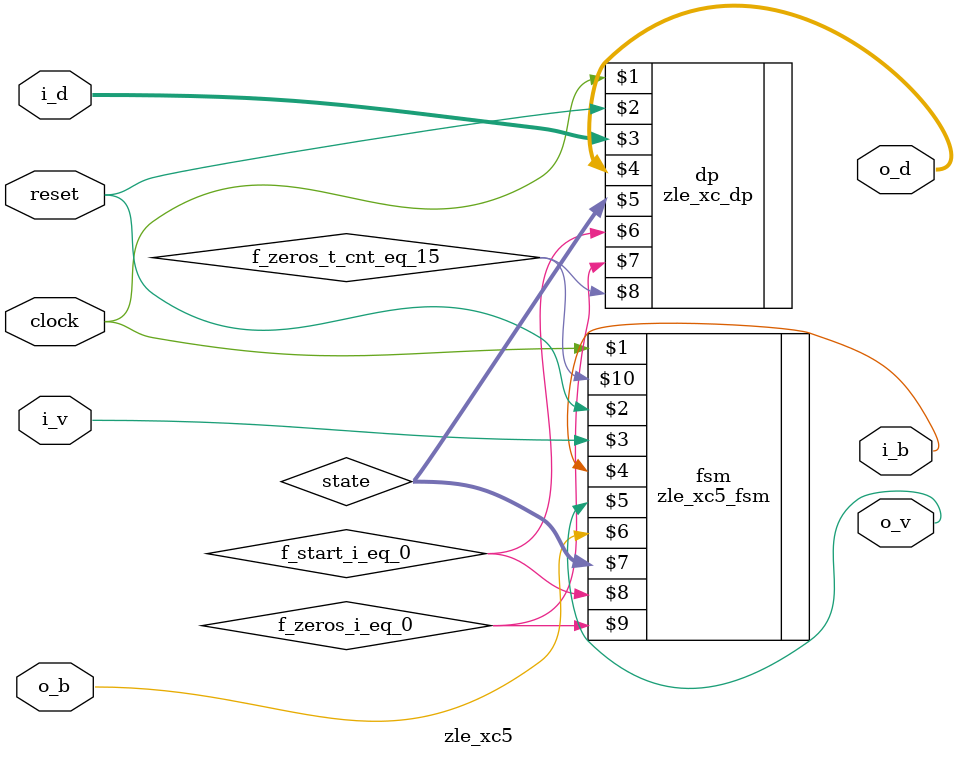
<source format=v>

`include "zle_xc5_fsm.v"
`include "zle_xc_dp.v"

module zle_xc5 (clock, reset,  i_d, i_v, i_b,  o_d, o_v, o_b);
   
   input  clock, reset;
   input  [2:0] i_d;	input  i_v;	output i_b;	// - input  stream i
   output [3:0] o_d;	output o_v;	input  o_b;	// - output stream o

   wire [3:0] 	state;				// - state to datapath
   wire 	f_start_i_eq_0,
		f_zeros_i_eq_0,
		f_zeros_t_cnt_eq_15;		// - flags from datapath
   
   zle_xc5_fsm fsm (clock, reset,  i_v, i_b,  o_v, o_b,  state,
		   f_start_i_eq_0, f_zeros_i_eq_0, f_zeros_t_cnt_eq_15);
   
   zle_xc_dp   dp  (clock, reset, i_d, o_d, state,
		    f_start_i_eq_0, f_zeros_i_eq_0, f_zeros_t_cnt_eq_15);

endmodule // zle_xc5

</source>
